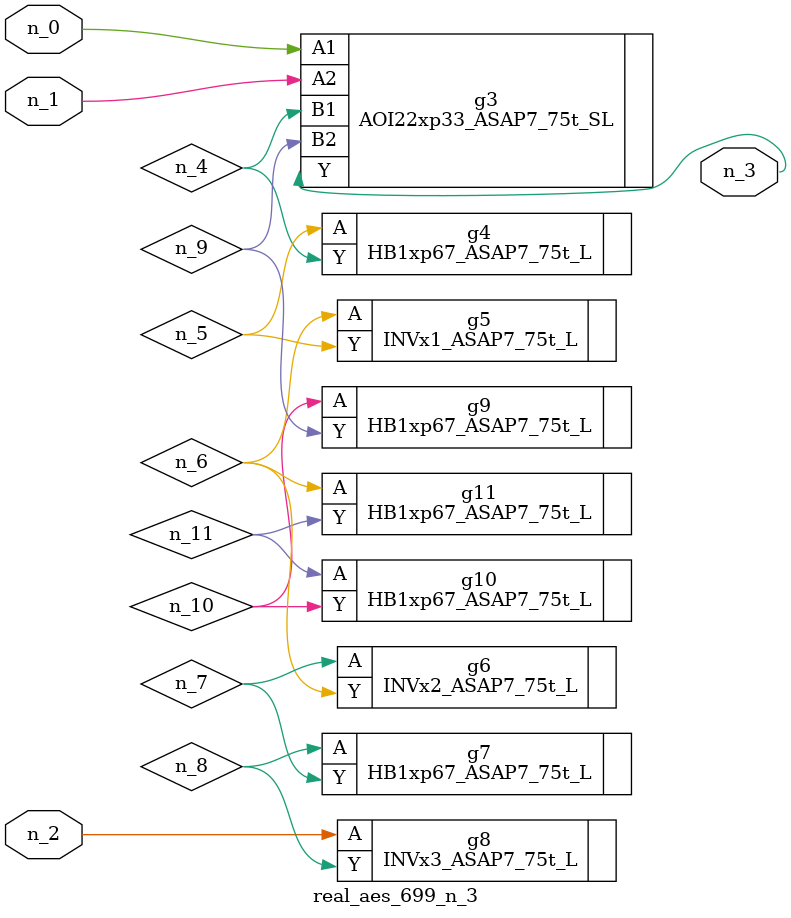
<source format=v>
module real_aes_699_n_3 (n_0, n_2, n_1, n_3);
input n_0;
input n_2;
input n_1;
output n_3;
wire n_4;
wire n_5;
wire n_7;
wire n_9;
wire n_6;
wire n_8;
wire n_10;
wire n_11;
AOI22xp33_ASAP7_75t_SL g3 ( .A1(n_0), .A2(n_1), .B1(n_4), .B2(n_9), .Y(n_3) );
INVx3_ASAP7_75t_L g8 ( .A(n_2), .Y(n_8) );
HB1xp67_ASAP7_75t_L g4 ( .A(n_5), .Y(n_4) );
INVx1_ASAP7_75t_L g5 ( .A(n_6), .Y(n_5) );
HB1xp67_ASAP7_75t_L g11 ( .A(n_6), .Y(n_11) );
INVx2_ASAP7_75t_L g6 ( .A(n_7), .Y(n_6) );
HB1xp67_ASAP7_75t_L g7 ( .A(n_8), .Y(n_7) );
HB1xp67_ASAP7_75t_L g9 ( .A(n_10), .Y(n_9) );
HB1xp67_ASAP7_75t_L g10 ( .A(n_11), .Y(n_10) );
endmodule
</source>
